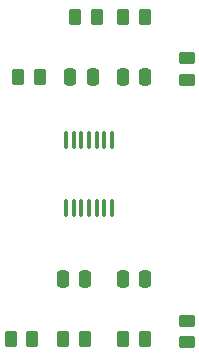
<source format=gbr>
%TF.GenerationSoftware,KiCad,Pcbnew,(6.0.2)*%
%TF.CreationDate,2022-05-06T08:02:59-03:00*%
%TF.ProjectId,Nono_Circuito_SMD,4e6f6e6f-5f43-4697-9263-7569746f5f53,rev?*%
%TF.SameCoordinates,Original*%
%TF.FileFunction,Paste,Top*%
%TF.FilePolarity,Positive*%
%FSLAX46Y46*%
G04 Gerber Fmt 4.6, Leading zero omitted, Abs format (unit mm)*
G04 Created by KiCad (PCBNEW (6.0.2)) date 2022-05-06 08:02:59*
%MOMM*%
%LPD*%
G01*
G04 APERTURE LIST*
G04 Aperture macros list*
%AMRoundRect*
0 Rectangle with rounded corners*
0 $1 Rounding radius*
0 $2 $3 $4 $5 $6 $7 $8 $9 X,Y pos of 4 corners*
0 Add a 4 corners polygon primitive as box body*
4,1,4,$2,$3,$4,$5,$6,$7,$8,$9,$2,$3,0*
0 Add four circle primitives for the rounded corners*
1,1,$1+$1,$2,$3*
1,1,$1+$1,$4,$5*
1,1,$1+$1,$6,$7*
1,1,$1+$1,$8,$9*
0 Add four rect primitives between the rounded corners*
20,1,$1+$1,$2,$3,$4,$5,0*
20,1,$1+$1,$4,$5,$6,$7,0*
20,1,$1+$1,$6,$7,$8,$9,0*
20,1,$1+$1,$8,$9,$2,$3,0*%
G04 Aperture macros list end*
%ADD10RoundRect,0.250000X0.450000X-0.262500X0.450000X0.262500X-0.450000X0.262500X-0.450000X-0.262500X0*%
%ADD11RoundRect,0.250000X-0.262500X-0.450000X0.262500X-0.450000X0.262500X0.450000X-0.262500X0.450000X0*%
%ADD12RoundRect,0.100000X0.100000X-0.637500X0.100000X0.637500X-0.100000X0.637500X-0.100000X-0.637500X0*%
%ADD13RoundRect,0.250000X-0.250000X-0.475000X0.250000X-0.475000X0.250000X0.475000X-0.250000X0.475000X0*%
%ADD14RoundRect,0.250000X0.250000X0.475000X-0.250000X0.475000X-0.250000X-0.475000X0.250000X-0.475000X0*%
%ADD15RoundRect,0.250000X0.262500X0.450000X-0.262500X0.450000X-0.262500X-0.450000X0.262500X-0.450000X0*%
G04 APERTURE END LIST*
D10*
%TO.C,R5*%
X101600000Y-108862500D03*
X101600000Y-107037500D03*
%TD*%
D11*
%TO.C,R4*%
X96242500Y-81280000D03*
X98067500Y-81280000D03*
%TD*%
D12*
%TO.C,U1*%
X91395000Y-97477500D03*
X92045000Y-97477500D03*
X92695000Y-97477500D03*
X93345000Y-97477500D03*
X93995000Y-97477500D03*
X94645000Y-97477500D03*
X95295000Y-97477500D03*
X95295000Y-91752500D03*
X94645000Y-91752500D03*
X93995000Y-91752500D03*
X93345000Y-91752500D03*
X92695000Y-91752500D03*
X92045000Y-91752500D03*
X91395000Y-91752500D03*
%TD*%
D13*
%TO.C,C3*%
X96205000Y-103505000D03*
X98105000Y-103505000D03*
%TD*%
D14*
%TO.C,C4*%
X93660000Y-86360000D03*
X91760000Y-86360000D03*
%TD*%
D15*
%TO.C,R3*%
X92987500Y-108585000D03*
X91162500Y-108585000D03*
%TD*%
%TO.C,R8*%
X93980000Y-81280000D03*
X92155000Y-81280000D03*
%TD*%
D13*
%TO.C,C2*%
X96205000Y-86360000D03*
X98105000Y-86360000D03*
%TD*%
D11*
%TO.C,R7*%
X96242500Y-108585000D03*
X98067500Y-108585000D03*
%TD*%
D14*
%TO.C,C1*%
X93025000Y-103505000D03*
X91125000Y-103505000D03*
%TD*%
D10*
%TO.C,R2*%
X101600000Y-86637500D03*
X101600000Y-84812500D03*
%TD*%
D11*
%TO.C,R1*%
X86717500Y-108585000D03*
X88542500Y-108585000D03*
%TD*%
%TO.C,R6*%
X87352500Y-86360000D03*
X89177500Y-86360000D03*
%TD*%
M02*

</source>
